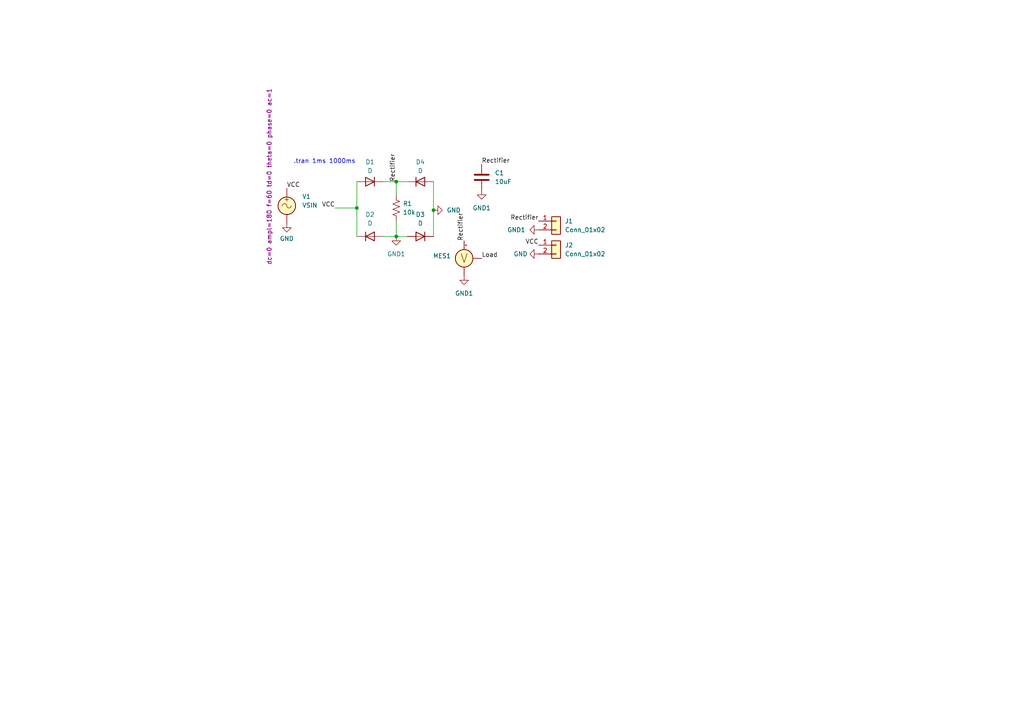
<source format=kicad_sch>
(kicad_sch (version 20230121) (generator eeschema)
  (paper "A4")
  (lib_symbols
    (symbol "Connector_Generic:Conn_01x02" (pin_names (offset 1.016) hide)
      (property "Reference" "J" (at 0 2.54 0))
      (property "Value" "Conn_01x02" (at 0 -5.08 0))
      (symbol "Conn_01x02_1_1"
        (rectangle (start -1.27 -2.413) (end 0 -2.667) (stroke (width 0.1524)))
        (rectangle (start -1.27 0.127) (end 0 -0.127) (stroke (width 0.1524)))
        (rectangle (start -1.27 1.27) (end 1.27 -3.81) (stroke (width 0.254)) (fill (type background)))
        (pin passive line (at -5.08 0 0) (length 3.81) (name "Pin_1") (number "1"))
        (pin passive line (at -5.08 -2.54 0) (length 3.81) (name "Pin_2") (number "2"))
      )
    )
    (symbol "Device:C" (pin_numbers hide) (pin_names (offset 0.254))
      (property "Reference" "C" (at 0.635 2.54 0))
      (property "Value" "C" (at 0.635 -2.54 0))
      (symbol "C_0_1"
        (polyline (pts (xy -2.032 -0.762) (xy 2.032 -0.762)) (stroke (width 0.508)))
        (polyline (pts (xy -2.032 0.762) (xy 2.032 0.762)) (stroke (width 0.508)))
      )
      (symbol "C_1_1"
        (pin passive line (at 0 3.81 270) (length 2.794) (name "~") (number "1"))
        (pin passive line (at 0 -3.81 90) (length 2.794) (name "~") (number "2"))
      )
    )
    (symbol "Device:D" (pin_numbers hide) (pin_names (offset 1.016) hide)
      (property "Reference" "D" (at 0 2.54 0))
      (property "Value" "D" (at 0 -2.54 0))
      (symbol "D_0_1"
        (polyline (pts (xy -1.27 1.27) (xy -1.27 -1.27)) (stroke (width 0.254)))
        (polyline (pts (xy 1.27 0) (xy -1.27 0)))
        (polyline (pts (xy 1.27 1.27) (xy 1.27 -1.27) (xy -1.27 0) (xy 1.27 1.27)) (stroke (width 0.254)))
      )
      (symbol "D_1_1"
        (pin passive line (at -3.81 0 0) (length 2.54) (name "K") (number "1"))
        (pin passive line (at 3.81 0 180) (length 2.54) (name "A") (number "2"))
      )
    )
    (symbol "Device:R_US" (pin_numbers hide) (pin_names (offset 0))
      (property "Reference" "R" (at 2.54 0 90))
      (property "Value" "R_US" (at -2.54 0 90))
      (symbol "R_US_0_1"
        (polyline (pts (xy 0 -2.286) (xy 0 -2.54)))
        (polyline (pts (xy 0 2.286) (xy 0 2.54)))
        (polyline (pts (xy 0 -0.762) (xy 1.016 -1.143) (xy 0 -1.524) (xy -1.016 -1.905) (xy 0 -2.286)))
        (polyline (pts (xy 0 0.762) (xy 1.016 0.381) (xy 0 0) (xy -1.016 -0.381) (xy 0 -0.762)))
        (polyline (pts (xy 0 2.286) (xy 1.016 1.905) (xy 0 1.524) (xy -1.016 1.143) (xy 0 0.762)))
      )
      (symbol "R_US_1_1"
        (pin passive line (at 0 3.81 270) (length 1.27) (name "~") (number "1"))
        (pin passive line (at 0 -3.81 90) (length 1.27) (name "~") (number "2"))
      )
    )
    (symbol "Simulation_SPICE:VOLTMETER_DIFF" (pin_numbers hide) (pin_names (offset 0.0254) hide) (in_bom no) (on_board no)
      (property "Reference" "MES?" (at -10.16 0 0))
      (symbol "VOLTMETER_DIFF_0_0"
        (text "V" (at 0 0 0) (effects (font (size 2.54 2.54))))
      )
      (symbol "VOLTMETER_DIFF_0_1"
        (polyline (pts (xy 0.254 3.81) (xy 0.762 3.81)))
        (polyline (pts (xy 0.508 4.064) (xy 0.508 3.556)))
        (circle (center 0 0) (radius 2.54) (stroke (width 0.254)) (fill (type background)))
      )
      (symbol "VOLTMETER_DIFF_1_1"
        (pin passive line (at 0 5.08 270) (length 2.54) (name "+") (number "1"))
        (pin passive line (at 0 -5.08 90) (length 2.54) (name "-") (number "2"))
        (pin output line (at 5.08 0 180) (length 2.54) (name "out") (number "3"))
      )
    )
    (symbol "Simulation_SPICE:VSIN" (pin_numbers hide) (pin_names (offset 0.0254))
      (property "Reference" "V" (at 2.54 2.54 0))
      (property "Value" "VSIN" (at 2.54 0 0))
      (property "Sim.Params" "dc=0 ampl=1 f=1k ac=1" (at 2.54 -2.54 0))
      (symbol "VSIN_0_0"
        (arc (start 0 0) (mid -0.635 0.6323) (end -1.27 0))
        (arc (start 0 0) (mid 0.635 -0.6323) (end 1.27 0))
        (text "+" (at 0 1.905 0) (effects (font (size 1.27 1.27))))
      )
      (symbol "VSIN_0_1"
        (circle (center 0 0) (radius 2.54) (stroke (width 0.254)) (fill (type background)))
      )
      (symbol "VSIN_1_1"
        (pin passive line (at 0 5.08 270) (length 2.54) (name "~") (number "1"))
        (pin passive line (at 0 -5.08 90) (length 2.54) (name "~") (number "2"))
      )
    )
    (symbol "power:GND" (power) (pin_names (offset 0))
      (property "Value" "GND" (at 0 -3.81 0))
      (symbol "GND_0_1"
        (polyline (pts (xy 0 0) (xy 0 -1.27) (xy 1.27 -1.27) (xy 0 -2.54) (xy -1.27 -1.27) (xy 0 -1.27)))
      )
      (symbol "GND_1_1"
        (pin power_in line (at 0 0 270) (length 0) hide (name "GND") (number "1"))
      )
    )
    (symbol "power:GND1" (power) (pin_names (offset 0))
      (property "Value" "GND1" (at 0 -3.81 0))
      (symbol "GND1_0_1"
        (polyline (pts (xy 0 0) (xy 0 -1.27) (xy 1.27 -1.27) (xy 0 -2.54) (xy -1.27 -1.27) (xy 0 -1.27)))
      )
      (symbol "GND1_1_1"
        (pin power_in line (at 0 0 270) (length 0) hide (name "GND1") (number "1"))
      )
    )
  )
  (junction (at 103.505 60.325))
  (junction (at 114.935 52.705))
  (junction (at 125.73 60.96))
  (junction (at 114.935 68.58))
  (wire (pts (xy 97.155 60.325) (xy 103.505 60.325)))
  (wire (pts (xy 103.505 52.705) (xy 103.505 60.325)))
  (wire (pts (xy 114.935 52.705) (xy 114.935 56.515)))
  (wire (pts (xy 103.505 60.325) (xy 103.505 68.58)))
  (wire (pts (xy 114.935 64.135) (xy 114.935 68.58)))
  (wire (pts (xy 114.935 52.705) (xy 118.11 52.705)))
  (wire (pts (xy 111.125 52.705) (xy 114.935 52.705)))
  (wire (pts (xy 111.125 68.58) (xy 114.935 68.58)))
  (wire (pts (xy 114.935 68.58) (xy 118.11 68.58)))
  (wire (pts (xy 125.73 52.705) (xy 125.73 60.96)))
  (wire (pts (xy 125.73 60.96) (xy 125.73 68.58)))
  (text ".tran 1ms 1000ms" (at 85.09 47.625 0) (effects (font (size 1.27 1.27)) (justify left bottom)))
  (label "Rectifier" (at 139.7 47.625 0))
  (label "Rectifier" (at 134.62 69.85 90))
  (label "Rectifier" (at 156.21 64.135 180))
  (label "VCC" (at 97.155 60.325 180))
  (label "VCC" (at 156.21 71.12 180))
  (label "Rectifier" (at 114.935 52.705 90))
  (label "Load" (at 139.7 74.93 0))
  (label "VCC" (at 83.185 54.61 0))
  (symbol (lib_id "Simulation_SPICE:VSIN") (at 83.185 59.69 0) (unit 1) (in_bom no) (on_board no)
    (property "Reference" "V1" (at 87.63 57.0202 0) (effects (justify left)))
    (property "Value" "VSIN" (at 87.63 59.5602 0) (effects (justify left)))
    (property "Sim.Pins" "1=+ 2=-" (effects hide))
    (property "Sim.Params" "dc=0 ampl=180 f=60 td=0 theta=0 phase=0 ac=1" (at 78.105 76.835 90) (effects (justify left)))
    (property "Sim.Type" "SIN" (effects hide))
    (property "Sim.Device" "V" (effects hide))
  )
  (symbol (lib_id "Device:D") (at 121.92 52.705 0) (unit 1)
    (property "Reference" "D4" (at 121.92 46.99 0))
    (property "Value" "D" (at 121.92 49.53 0))
    (property "Footprint" "Diode_THT:D_5W_P12.70mm_Horizontal" (effects hide))
    (property "Sim.Device" "D" (effects hide))
    (property "Sim.Pins" "1=K 2=A" (effects hide))
  )
  (symbol (lib_id "Device:D") (at 107.315 68.58 0) (unit 1)
    (property "Reference" "D2" (at 107.315 62.23 0))
    (property "Value" "D" (at 107.315 64.77 0))
    (property "Footprint" "Diode_THT:D_5W_P12.70mm_Horizontal" (effects hide))
    (property "Sim.Device" "D" (effects hide))
    (property "Sim.Pins" "1=K 2=A" (effects hide))
  )
  (symbol (lib_id "power:GND1") (at 134.62 80.01 0) (unit 1)
    (property "Reference" "#PWR04" (effects hide))
    (property "Value" "GND1" (at 134.62 85.09 0))
  )
  (symbol (lib_id "power:GND1") (at 139.7 55.245 0) (unit 1)
    (property "Reference" "#PWR05" (effects hide))
    (property "Value" "GND1" (at 139.7 60.325 0))
  )
  (symbol (lib_id "Simulation_SPICE:VOLTMETER_DIFF") (at 134.62 74.93 0) (unit 1) (in_bom no) (on_board no)
    (property "Reference" "MES1" (at 130.81 74.2315 0) (effects (justify right)))
    (property "Value" "VOLTMETER_DIFF" (effects hide))
    (property "Datasheet" "https://ngspice.sourceforge.io/docs/ngspice-manual.pdf" (effects hide))
    (property "Sim.Name" "kicad_builtin_vdiff" (effects hide))
    (property "Sim.Device" "SUBCKT" (effects hide))
    (property "Sim.Pins" "1=1 2=2 3=3" (effects hide))
    (property "Sim.Library" "${KICAD7_SYMBOL_DIR}/Simulation_SPICE.sp" (effects hide))
  )
  (symbol (lib_id "power:GND") (at 156.21 73.66 270) (unit 1)
    (property "Reference" "#PWR07" (effects hide))
    (property "Value" "GND" (at 153.035 73.66 90) (effects (justify right)))
  )
  (symbol (lib_id "Device:R_US") (at 114.935 60.325 0) (unit 1) (in_bom no) (on_board no)
    (property "Reference" "R1" (at 116.84 59.055 0) (effects (justify left)))
    (property "Value" "10k" (at 116.84 61.595 0) (effects (justify left)))
  )
  (symbol (lib_id "Device:D") (at 121.92 68.58 180) (unit 1)
    (property "Reference" "D3" (at 121.92 62.23 0))
    (property "Value" "D" (at 121.92 64.77 0))
    (property "Footprint" "Diode_THT:D_5W_P12.70mm_Horizontal" (effects hide))
    (property "Sim.Device" "D" (effects hide))
    (property "Sim.Pins" "1=K 2=A" (effects hide))
  )
  (symbol (lib_id "Device:D") (at 107.315 52.705 180) (unit 1)
    (property "Reference" "D1" (at 107.315 46.99 0))
    (property "Value" "D" (at 107.315 49.53 0))
    (property "Footprint" "Diode_THT:D_5W_P12.70mm_Horizontal" (effects hide))
    (property "Sim.Device" "D" (effects hide))
    (property "Sim.Pins" "1=K 2=A" (effects hide))
  )
  (symbol (lib_id "power:GND") (at 83.185 64.77 0) (unit 1)
    (property "Reference" "#PWR01" (effects hide))
    (property "Value" "GND" (at 83.185 69.215 0))
  )
  (symbol (lib_id "power:GND1") (at 114.935 68.58 0) (unit 1)
    (property "Reference" "#PWR03" (effects hide))
    (property "Value" "GND1" (at 114.935 73.66 0))
  )
  (symbol (lib_id "Connector_Generic:Conn_01x02") (at 161.29 71.12 0) (unit 1)
    (property "Reference" "J2" (at 163.83 71.12 0) (effects (justify left)))
    (property "Value" "Conn_01x02" (at 163.83 73.66 0) (effects (justify left)))
    (property "Footprint" "TerminalBlock_Phoenix:TerminalBlock_Phoenix_MKDS-1,5-2-5.08_1x02_P5.08mm_Horizontal" (effects hide))
    (property "Sim.Enable" "0" (effects hide))
  )
  (symbol (lib_id "Device:C") (at 139.7 51.435 0) (unit 1)
    (property "Reference" "C1" (at 143.51 50.165 0) (effects (justify left)))
    (property "Value" "10uF" (at 143.51 52.705 0) (effects (justify left)))
    (property "Footprint" "Capacitor_THT:CP_Radial_D4.0mm_P2.00mm" (effects hide))
  )
  (symbol (lib_id "power:GND") (at 125.73 60.96 90) (unit 1)
    (property "Reference" "#PWR02" (effects hide))
    (property "Value" "GND" (at 129.54 60.96 90) (effects (justify right)))
  )
  (symbol (lib_id "power:GND1") (at 156.21 66.675 270) (unit 1)
    (property "Reference" "#PWR06" (effects hide))
    (property "Value" "GND1" (at 152.4 66.675 90) (effects (justify right)))
  )
  (symbol (lib_id "Connector_Generic:Conn_01x02") (at 161.29 64.135 0) (unit 1)
    (property "Reference" "J1" (at 163.83 64.135 0) (effects (justify left)))
    (property "Value" "Conn_01x02" (at 163.83 66.675 0) (effects (justify left)))
    (property "Footprint" "TerminalBlock_Phoenix:TerminalBlock_Phoenix_MKDS-1,5-2-5.08_1x02_P5.08mm_Horizontal" (effects hide))
    (property "Sim.Enable" "0" (effects hide))
  )
)
</source>
